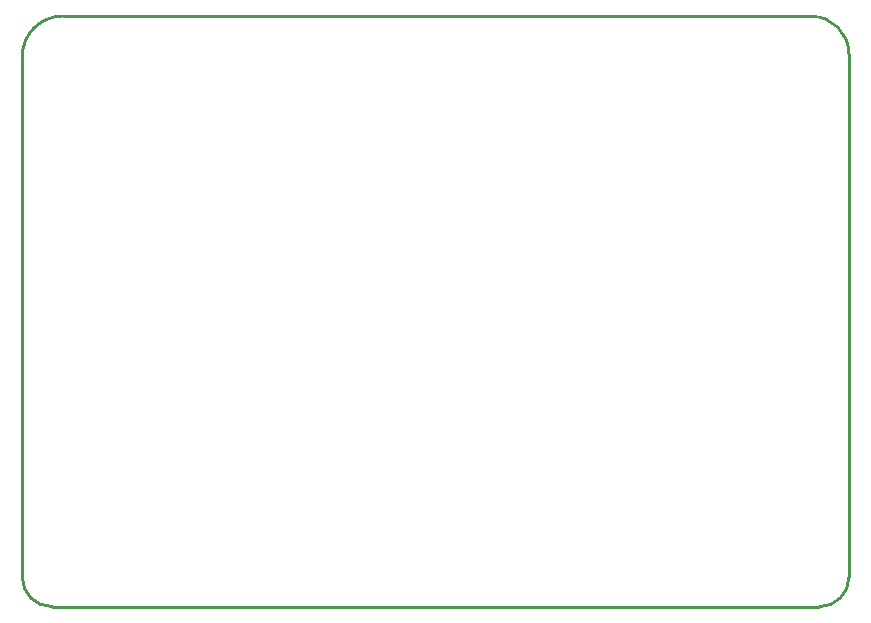
<source format=gm1>
G04 Layer_Color=16711935*
%FSLAX25Y25*%
%MOIN*%
G70*
G01*
G75*
%ADD24C,0.01000*%
D24*
X265748Y0D02*
G03*
X275590Y9843I0J9843D01*
G01*
Y184154D02*
G03*
X262895Y196850I-12696J0D01*
G01*
X13442Y196850D02*
G03*
X0Y183409I0J-13442D01*
G01*
X-1Y9844D02*
G03*
X9843Y0I9844J0D01*
G01*
X275590Y9843D02*
Y184154D01*
X9843Y0D02*
X265748D01*
X13442Y196850D02*
X262895D01*
X0Y9844D02*
Y183409D01*
M02*

</source>
